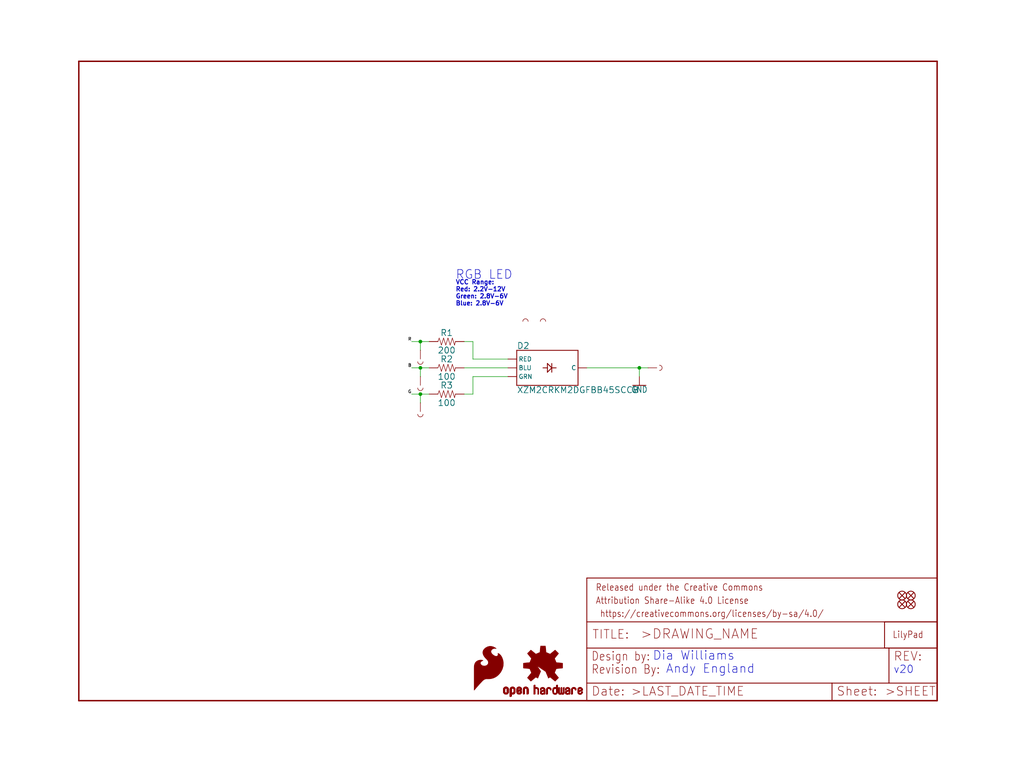
<source format=kicad_sch>
(kicad_sch (version 20211123) (generator eeschema)
  (paper "User" 297.002 223.926)
  (lib_symbols
    (symbol "eagleSchem-eagle-import:100OHM-0603-1{slash}10W-1%"
      (property "Reference" "R" (at 0 1.524 0))
      (property "Value" "100OHM-0603-1{slash}10W-1%" (at 0 -1.524 0))
      (symbol "100OHM-0603-1{slash}10W-1%_1_0"
        (pin passive line (at -5.08 0 0) (length 2.54) (name "1") (number "1"))
        (pin passive line (at 5.08 0 180) (length 2.54) (name "2") (number "2"))
      )
    )
    (symbol "eagleSchem-eagle-import:200OHM-0603-1{slash}10W-1%"
      (property "Reference" "R" (at 0 1.524 0))
      (property "Value" "200OHM-0603-1{slash}10W-1%" (at 0 -1.524 0))
      (symbol "200OHM-0603-1{slash}10W-1%_1_0"
        (pin passive line (at -5.08 0 0) (length 2.54) (name "1") (number "1"))
        (pin passive line (at 5.08 0 180) (length 2.54) (name "2") (number "2"))
      )
    )
    (symbol "eagleSchem-eagle-import:FIDUCIAL1X2")
    (symbol "eagleSchem-eagle-import:FRAME-LETTER"
      (symbol "FRAME-LETTER_2_0"
        (text " https://creativecommons.org/licenses/by-sa/4.0/" (at 2.54 24.13 0) (effects (font (size 1.9304 1.6408)) (justify left bottom)))
        (text ">DRAWING_NAME" (at 15.494 17.78 0) (effects (font (size 2.7432 2.7432)) (justify left bottom)))
        (text ">LAST_DATE_TIME" (at 12.7 1.27 0) (effects (font (size 2.54 2.54)) (justify left bottom)))
        (text ">SHEET" (at 86.36 1.27 0) (effects (font (size 2.54 2.54)) (justify left bottom)))
        (text "Attribution Share-Alike 4.0 License" (at 2.54 27.94 0) (effects (font (size 1.9304 1.6408)) (justify left bottom)))
        (text "Date:" (at 1.27 1.27 0) (effects (font (size 2.54 2.54)) (justify left bottom)))
        (text "Design by:" (at 1.27 11.43 0) (effects (font (size 2.54 2.159)) (justify left bottom)))
        (text "Released under the Creative Commons" (at 2.54 31.75 0) (effects (font (size 1.9304 1.6408)) (justify left bottom)))
        (text "REV:" (at 88.9 11.43 0) (effects (font (size 2.54 2.54)) (justify left bottom)))
        (text "Sheet:" (at 72.39 1.27 0) (effects (font (size 2.54 2.54)) (justify left bottom)))
        (text "TITLE:" (at 1.524 17.78 0) (effects (font (size 2.54 2.54)) (justify left bottom)))
      )
    )
    (symbol "eagleSchem-eagle-import:GND" (power)
      (property "Value" "GND" (at 0 -0.254 0))
      (symbol "GND_1_0"
        (pin power_in line (at 0 2.54 270) (length 2.54) (name "GND") (number "1"))
      )
    )
    (symbol "eagleSchem-eagle-import:LOGO-LPLP"
      (symbol "LOGO-LPLP_1_0"
        (text "LilyPad" (at -0.254 0.254 0) (effects (font (size 1.9304 1.6408)) (justify left bottom)))
      )
    )
    (symbol "eagleSchem-eagle-import:OSHW-LOGOS")
    (symbol "eagleSchem-eagle-import:REVISION"
      (symbol "REVISION_1_0"
        (text "Revision By: " (at 0 0 0) (effects (font (size 2.54 2.159)) (justify left bottom)))
      )
    )
    (symbol "eagleSchem-eagle-import:SEWTAP-NOHOLE2")
    (symbol "eagleSchem-eagle-import:SEWTAP6"
      (symbol "SEWTAP6_1_0"
        (pin bidirectional line (at -2.54 0 180) (length 0) (name "1") (number "1"))
      )
    )
    (symbol "eagleSchem-eagle-import:SFE_LOGO_FLAME.1_INCH")
    (symbol "eagleSchem-eagle-import:SUNLEDSMD1"
      (property "Reference" "D" (at -7.62 5.3975 0))
      (property "Value" "SUNLEDSMD1" (at -7.62 -5.3975 0))
      (symbol "SUNLEDSMD1_1_0"
        (pin bidirectional line (at -10.16 2.54 0) (length 2.54) (name "RED") (number "1"))
        (pin bidirectional line (at -10.16 -2.54 0) (length 2.54) (name "GRN") (number "2"))
        (pin bidirectional line (at -10.16 0 0) (length 2.54) (name "BLU") (number "3"))
        (pin bidirectional line (at 12.7 0 180) (length 2.54) (name "C") (number "4"))
      )
    )
  )
  (junction (at 185.42 106.68))
  (junction (at 121.92 99.06))
  (junction (at 121.92 106.68))
  (junction (at 121.92 114.3))
  (wire (pts (xy 119.38 99.06) (xy 121.92 99.06)))
  (wire (pts (xy 121.92 116.84) (xy 121.92 114.3)))
  (wire (pts (xy 121.92 109.22) (xy 121.92 106.68)))
  (wire (pts (xy 185.42 109.22) (xy 185.42 106.68)))
  (wire (pts (xy 134.62 106.68) (xy 147.32 106.68)))
  (wire (pts (xy 124.46 114.3) (xy 121.92 114.3)))
  (wire (pts (xy 187.96 106.68) (xy 185.42 106.68)))
  (wire (pts (xy 121.92 101.6) (xy 121.92 99.06)))
  (wire (pts (xy 121.92 114.3) (xy 119.38 114.3)))
  (wire (pts (xy 137.16 114.3) (xy 137.16 109.22)))
  (wire (pts (xy 137.16 99.06) (xy 137.16 104.14)))
  (wire (pts (xy 121.92 99.06) (xy 124.46 99.06)))
  (wire (pts (xy 137.16 104.14) (xy 147.32 104.14)))
  (wire (pts (xy 134.62 99.06) (xy 137.16 99.06)))
  (wire (pts (xy 137.16 109.22) (xy 147.32 109.22)))
  (wire (pts (xy 170.18 106.68) (xy 185.42 106.68)))
  (wire (pts (xy 121.92 106.68) (xy 124.46 106.68)))
  (wire (pts (xy 121.92 106.68) (xy 119.38 106.68)))
  (wire (pts (xy 134.62 114.3) (xy 137.16 114.3)))
  (text "v20" (at 259.08 195.58 180) (effects (font (size 2.1844 2.1844)) (justify left bottom)))
  (text "Dia Williams" (at 189.23 191.77 180) (effects (font (size 2.54 2.54)) (justify left bottom)))
  (text "RGB LED" (at 132.08 81.28 180) (effects (font (size 2.54 2.54)) (justify left bottom)))
  (text "Andy England" (at 193.04 195.58 180) (effects (font (size 2.54 2.54)) (justify left bottom)))
  (text "VCC Range:\nRed: 2.2V-12V\nGreen: 2.8V-6V\nBlue: 2.8V-6V" (at 132.08 88.9 0) (effects (font (size 1.27 1.27) (thickness 0.254) bold) (justify left bottom)))
  (label "R" (at 119.38 99.06 180) (effects (font (size 0.889 0.889))))
  (label "B" (at 119.38 106.68 180) (effects (font (size 0.889 0.889))))
  (label "G" (at 119.38 114.3 180) (effects (font (size 0.889 0.889))))
  (symbol (lib_id "eagleSchem-eagle-import:SUNLEDSMD1") (at 157.48 106.68 0) (unit 1)
    (property "Reference" "D2" (at 149.86 101.2825 0) (effects (font (size 1.778 1.778)) (justify left bottom)))
    (property "Value" "XZM2CRKM2DGFBB45SCCB" (at 149.86 112.0775 0) (effects (font (size 1.778 1.778)) (justify left top)))
    (property "Footprint" "eagleSchem:PLCC4SMDLED" (effects hide))
  )
  (symbol (lib_id "eagleSchem-eagle-import:SEWTAP-NOHOLE2") (at 157.48 93.98 90) (unit 1)
    (property "Reference" "U$3" (effects hide))
    (property "Value" "SEWTAP-NOHOLE2" (effects hide))
    (property "Footprint" "eagleSchem:PETAL-NOHOLE-2SIDE" (effects hide))
  )
  (symbol (lib_id "eagleSchem-eagle-import:FIDUCIAL1X2") (at 261.62 175.26 0) (unit 1)
    (property "Reference" "FD4" (effects hide))
    (property "Value" "FIDUCIAL1X2" (effects hide))
    (property "Footprint" "eagleSchem:FIDUCIAL-1X2" (effects hide))
  )
  (symbol (lib_id "eagleSchem-eagle-import:SEWTAP-NOHOLE2") (at 152.4 93.98 90) (unit 1)
    (property "Reference" "U$2" (effects hide))
    (property "Value" "SEWTAP-NOHOLE2" (effects hide))
    (property "Footprint" "eagleSchem:PETAL-NOHOLE-2SIDE" (effects hide))
  )
  (symbol (lib_id "eagleSchem-eagle-import:FIDUCIAL1X2") (at 264.16 175.26 0) (unit 1)
    (property "Reference" "FD3" (effects hide))
    (property "Value" "FIDUCIAL1X2" (effects hide))
    (property "Footprint" "eagleSchem:FIDUCIAL-1X2" (effects hide))
  )
  (symbol (lib_id "eagleSchem-eagle-import:SEWTAP6") (at 121.92 111.76 270) (unit 1)
    (property "Reference" "U$9" (effects hide))
    (property "Value" "SEWTAP6" (effects hide))
    (property "Footprint" "eagleSchem:PETAL-SMALL-2SIDE" (effects hide))
  )
  (symbol (lib_id "eagleSchem-eagle-import:FRAME-LETTER") (at 170.18 203.2 0) (unit 2)
    (property "Reference" "FRAME1" (effects hide))
    (property "Value" "FRAME-LETTER" (effects hide))
    (property "Footprint" "eagleSchem:CREATIVE_COMMONS" (effects hide))
  )
  (symbol (lib_id "eagleSchem-eagle-import:FIDUCIAL1X2") (at 264.16 172.72 0) (unit 1)
    (property "Reference" "FD2" (effects hide))
    (property "Value" "FIDUCIAL1X2" (effects hide))
    (property "Footprint" "eagleSchem:FIDUCIAL-1X2" (effects hide))
  )
  (symbol (lib_id "eagleSchem-eagle-import:FRAME-LETTER") (at 22.86 203.2 0) (unit 1)
    (property "Reference" "FRAME1" (effects hide))
    (property "Value" "FRAME-LETTER" (effects hide))
    (property "Footprint" "eagleSchem:CREATIVE_COMMONS" (effects hide))
  )
  (symbol (lib_id "eagleSchem-eagle-import:LOGO-LPLP") (at 259.08 185.42 0) (unit 1)
    (property "Reference" "U$1" (effects hide))
    (property "Value" "LOGO-LPLP" (effects hide))
    (property "Footprint" "eagleSchem:LOGO-LILYPAD" (effects hide))
  )
  (symbol (lib_id "eagleSchem-eagle-import:FIDUCIAL1X2") (at 261.62 172.72 0) (unit 1)
    (property "Reference" "FD1" (effects hide))
    (property "Value" "FIDUCIAL1X2" (effects hide))
    (property "Footprint" "eagleSchem:FIDUCIAL-1X2" (effects hide))
  )
  (symbol (lib_id "eagleSchem-eagle-import:200OHM-0603-1{slash}10W-1%") (at 129.54 99.06 0) (unit 1)
    (property "Reference" "R1" (at 129.54 97.536 0) (effects (font (size 1.778 1.778)) (justify bottom)))
    (property "Value" "200" (at 129.54 100.584 0) (effects (font (size 1.778 1.778)) (justify top)))
    (property "Footprint" "eagleSchem:0603" (effects hide))
  )
  (symbol (lib_id "eagleSchem-eagle-import:SFE_LOGO_FLAME.1_INCH") (at 137.16 200.66 0) (unit 1)
    (property "Reference" "LOGO3" (effects hide))
    (property "Value" "SFE_LOGO_FLAME.1_INCH" (effects hide))
    (property "Footprint" "eagleSchem:SFE_LOGO_FLAME_.1" (effects hide))
  )
  (symbol (lib_id "eagleSchem-eagle-import:REVISION") (at 171.45 195.58 0) (unit 1)
    (property "Reference" "LOGO1" (effects hide))
    (property "Value" "REVISION" (effects hide))
    (property "Footprint" "eagleSchem:REVISION" (effects hide))
  )
  (symbol (lib_id "eagleSchem-eagle-import:SEWTAP6") (at 121.92 104.14 270) (unit 1)
    (property "Reference" "U$7" (effects hide))
    (property "Value" "SEWTAP6" (effects hide))
    (property "Footprint" "eagleSchem:PETAL-SMALL-2SIDE" (effects hide))
  )
  (symbol (lib_id "eagleSchem-eagle-import:100OHM-0603-1{slash}10W-1%") (at 129.54 114.3 0) (unit 1)
    (property "Reference" "R3" (at 129.54 112.776 0) (effects (font (size 1.778 1.778)) (justify bottom)))
    (property "Value" "100" (at 129.54 115.824 0) (effects (font (size 1.778 1.778)) (justify top)))
    (property "Footprint" "eagleSchem:0603" (effects hide))
  )
  (symbol (lib_id "eagleSchem-eagle-import:GND") (at 185.42 111.76 0) (unit 1)
    (property "Reference" "#GND1" (effects hide))
    (property "Value" "GND" (at 185.42 112.014 0) (effects (font (size 1.778 1.5113)) (justify top)))
    (property "Footprint" "eagleSchem:" (effects hide))
  )
  (symbol (lib_id "eagleSchem-eagle-import:SEWTAP6") (at 121.92 119.38 270) (unit 1)
    (property "Reference" "U$8" (effects hide))
    (property "Value" "SEWTAP6" (effects hide))
    (property "Footprint" "eagleSchem:PETAL-SMALL-2SIDE" (effects hide))
  )
  (symbol (lib_id "eagleSchem-eagle-import:OSHW-LOGOS") (at 157.48 193.04 0) (unit 1)
    (property "Reference" "LOGO2" (effects hide))
    (property "Value" "OSHW-LOGOS" (effects hide))
    (property "Footprint" "eagleSchem:OSHW-LOGO-S" (effects hide))
  )
  (symbol (lib_id "eagleSchem-eagle-import:100OHM-0603-1{slash}10W-1%") (at 129.54 106.68 0) (unit 1)
    (property "Reference" "R2" (at 129.54 105.156 0) (effects (font (size 1.778 1.778)) (justify bottom)))
    (property "Value" "100" (at 129.54 108.204 0) (effects (font (size 1.778 1.778)) (justify top)))
    (property "Footprint" "eagleSchem:0603" (effects hide))
  )
  (symbol (lib_id "eagleSchem-eagle-import:SEWTAP6") (at 190.5 106.68 0) (unit 1)
    (property "Reference" "U$10" (effects hide))
    (property "Value" "SEWTAP6" (effects hide))
    (property "Footprint" "eagleSchem:PETAL-SMALL-2SIDE" (effects hide))
  )
)
</source>
